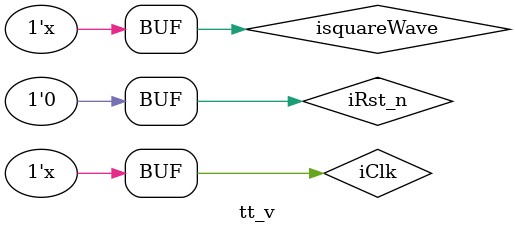
<source format=v>
`timescale 1ns / 1ps


module tt_v;

	// Inputs
	reg iClk;
	reg isquareWave;
	reg iRst_n;
	// Outputs
	wire oState_n;

	// Instantiate the Unit Under Test (UUT)
	SquareWave uut (
		.iClk(iClk), 
		.isquareWave(isquareWave),
		.iRst_n(iRst_n),
		.oState_n(oState_n)
	);

	initial begin
		// Initialize Inputs
		iClk = 0;
		isquareWave = 0;
		iRst_n = 1;
		// Wait 100 ns for global reset to finish
		#100;
      
		// Add stimulus here

	end
	
   always #16.67 iClk=~iClk;
	
	always 
	begin
	#2000000 isquareWave=~isquareWave;
	#1000000 isquareWave=~isquareWave;
	#1000000 isquareWave=~isquareWave;
	#1000000 isquareWave=~isquareWave;
	#1000000 isquareWave=~isquareWave;		
	#200000 isquareWave=~isquareWave;
	#200000 isquareWave=~isquareWave;
	#200000 isquareWave=~isquareWave;
	#200000 isquareWave=~isquareWave;
	#200000 isquareWave=~isquareWave;
	#200000 isquareWave=~isquareWave;
	#1000000 isquareWave=~isquareWave;
	#1000000 isquareWave=~isquareWave;
	#1000000 isquareWave=~isquareWave;
	#1000000 isquareWave=~isquareWave;
	#1000000 isquareWave=~isquareWave;
	#1000000 isquareWave=~isquareWave;
	#1000000 isquareWave=~isquareWave;
	#2000000 isquareWave=~isquareWave;
	#2000000 isquareWave=~isquareWave;
	#2000000 isquareWave=~isquareWave;
	#2000000 isquareWave=~isquareWave;
	#1000000 isquareWave=~isquareWave;
	#1000000 isquareWave=~isquareWave;
	#1000000 isquareWave=~isquareWave;
	#1000000 isquareWave=~isquareWave;
	#1000000 isquareWave=~isquareWave;
	#1000000 isquareWave=~isquareWave;
	#200000;
	iRst_n = 0;
	#200000;
	#2000000 isquareWave=~isquareWave;
	#1000000 isquareWave=~isquareWave;
	#1000000 isquareWave=~isquareWave;
	#1000000 isquareWave=~isquareWave;
	#1000000 isquareWave=~isquareWave;		
	#200000 isquareWave=~isquareWave;
	#200000 isquareWave=~isquareWave;
	#200000 isquareWave=~isquareWave;
	#200000 isquareWave=~isquareWave;
	#200000 isquareWave=~isquareWave;
	#200000 isquareWave=~isquareWave;
	#1000000 isquareWave=~isquareWave;
	#1000000 isquareWave=~isquareWave;
	#1000000 isquareWave=~isquareWave;
	#1000000 isquareWave=~isquareWave;
	#1000000 isquareWave=~isquareWave;
	#1000000 isquareWave=~isquareWave;
	#1000000 isquareWave=~isquareWave;
	#2000000 isquareWave=~isquareWave;
	#2000000 isquareWave=~isquareWave;
	#2000000 isquareWave=~isquareWave;
	#2000000 isquareWave=~isquareWave;
	#1000000 isquareWave=~isquareWave;
	#1000000 isquareWave=~isquareWave;
	#1000000 isquareWave=~isquareWave;
	#1000000 isquareWave=~isquareWave;
	#1000000 isquareWave=~isquareWave;
	#1000000 isquareWave=~isquareWave;
	end
endmodule


</source>
